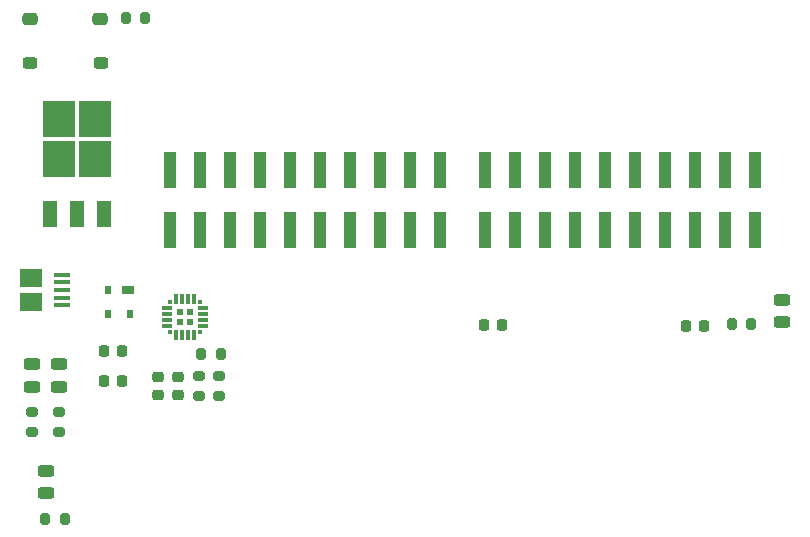
<source format=gbr>
%TF.GenerationSoftware,KiCad,Pcbnew,(6.0.9-dirty)*%
%TF.CreationDate,2022-12-30T08:50:27-06:00*%
%TF.ProjectId,parthiv_pcb_v2,70617274-6869-4765-9f70-63625f76322e,rev?*%
%TF.SameCoordinates,Original*%
%TF.FileFunction,Paste,Top*%
%TF.FilePolarity,Positive*%
%FSLAX46Y46*%
G04 Gerber Fmt 4.6, Leading zero omitted, Abs format (unit mm)*
G04 Created by KiCad (PCBNEW (6.0.9-dirty)) date 2022-12-30 08:50:27*
%MOMM*%
%LPD*%
G01*
G04 APERTURE LIST*
G04 Aperture macros list*
%AMRoundRect*
0 Rectangle with rounded corners*
0 $1 Rounding radius*
0 $2 $3 $4 $5 $6 $7 $8 $9 X,Y pos of 4 corners*
0 Add a 4 corners polygon primitive as box body*
4,1,4,$2,$3,$4,$5,$6,$7,$8,$9,$2,$3,0*
0 Add four circle primitives for the rounded corners*
1,1,$1+$1,$2,$3*
1,1,$1+$1,$4,$5*
1,1,$1+$1,$6,$7*
1,1,$1+$1,$8,$9*
0 Add four rect primitives between the rounded corners*
20,1,$1+$1,$2,$3,$4,$5,0*
20,1,$1+$1,$4,$5,$6,$7,0*
20,1,$1+$1,$6,$7,$8,$9,0*
20,1,$1+$1,$8,$9,$2,$3,0*%
G04 Aperture macros list end*
%ADD10R,2.750000X3.050000*%
%ADD11R,1.200000X2.200000*%
%ADD12RoundRect,0.225000X-0.250000X0.225000X-0.250000X-0.225000X0.250000X-0.225000X0.250000X0.225000X0*%
%ADD13RoundRect,0.243750X0.456250X-0.243750X0.456250X0.243750X-0.456250X0.243750X-0.456250X-0.243750X0*%
%ADD14RoundRect,0.225000X-0.225000X-0.250000X0.225000X-0.250000X0.225000X0.250000X-0.225000X0.250000X0*%
%ADD15RoundRect,0.200000X-0.200000X-0.275000X0.200000X-0.275000X0.200000X0.275000X-0.200000X0.275000X0*%
%ADD16R,1.000000X3.150000*%
%ADD17RoundRect,0.200000X-0.275000X0.200000X-0.275000X-0.200000X0.275000X-0.200000X0.275000X0.200000X0*%
%ADD18RoundRect,0.200000X0.200000X0.275000X-0.200000X0.275000X-0.200000X-0.275000X0.200000X-0.275000X0*%
%ADD19RoundRect,0.251500X-0.386000X-0.251500X0.386000X-0.251500X0.386000X0.251500X-0.386000X0.251500X0*%
%ADD20RoundRect,0.257750X-0.379750X-0.257750X0.379750X-0.257750X0.379750X0.257750X-0.379750X0.257750X0*%
%ADD21RoundRect,0.237500X-0.387500X-0.237500X0.387500X-0.237500X0.387500X0.237500X-0.387500X0.237500X0*%
%ADD22R,0.540000X0.540000*%
%ADD23R,0.300000X0.300000*%
%ADD24R,0.900000X0.300000*%
%ADD25R,0.300000X0.900000*%
%ADD26R,1.350000X0.400000*%
%ADD27R,1.900000X1.500000*%
%ADD28RoundRect,0.225000X0.225000X0.250000X-0.225000X0.250000X-0.225000X-0.250000X0.225000X-0.250000X0*%
%ADD29R,1.000000X0.700000*%
%ADD30R,0.600000X0.700000*%
%ADD31RoundRect,0.200000X0.275000X-0.200000X0.275000X0.200000X-0.275000X0.200000X-0.275000X-0.200000X0*%
G04 APERTURE END LIST*
D10*
%TO.C,Q1*%
X110491000Y-99651000D03*
X107441000Y-99651000D03*
X107441000Y-96301000D03*
X110491000Y-96301000D03*
D11*
X106686000Y-104276000D03*
X108966000Y-104276000D03*
X111246000Y-104276000D03*
%TD*%
D12*
%TO.C,C5*%
X115824000Y-118097000D03*
X115824000Y-119647000D03*
%TD*%
D13*
%TO.C,D2*%
X168656000Y-113459500D03*
X168656000Y-111584500D03*
%TD*%
D14*
%TO.C,C2*%
X160475000Y-113766000D03*
X162025000Y-113766000D03*
%TD*%
D15*
%TO.C,R8*%
X106275000Y-130100000D03*
X107925000Y-130100000D03*
%TD*%
D16*
%TO.C,J1*%
X116840000Y-105634000D03*
X116840000Y-100584000D03*
X119380000Y-105634000D03*
X119380000Y-100584000D03*
X121920000Y-105634000D03*
X121920000Y-100584000D03*
X124460000Y-105634000D03*
X124460000Y-100584000D03*
X127000000Y-105634000D03*
X127000000Y-100584000D03*
X129540000Y-105634000D03*
X129540000Y-100584000D03*
X132080000Y-105634000D03*
X132080000Y-100584000D03*
X134620000Y-105634000D03*
X134620000Y-100584000D03*
X137160000Y-105634000D03*
X137160000Y-100584000D03*
X139700000Y-105634000D03*
X139700000Y-100584000D03*
%TD*%
D13*
%TO.C,D3*%
X105156000Y-118920500D03*
X105156000Y-117045500D03*
%TD*%
D17*
%TO.C,R7*%
X107442000Y-121095000D03*
X107442000Y-122745000D03*
%TD*%
D18*
%TO.C,R2*%
X166052000Y-113665000D03*
X164402000Y-113665000D03*
%TD*%
D19*
%TO.C,SW1*%
X110937500Y-87784000D03*
D20*
X104962500Y-87796500D03*
D21*
X110950000Y-91537000D03*
X104950000Y-91537000D03*
%TD*%
D22*
%TO.C,U1*%
X118560000Y-113480000D03*
X117660000Y-113480000D03*
X117660000Y-112580000D03*
X118560000Y-112580000D03*
D23*
X116860000Y-111780000D03*
D24*
X116560000Y-112280000D03*
X116560000Y-112780000D03*
X116560000Y-113280000D03*
X116560000Y-113780000D03*
D23*
X116860000Y-114280000D03*
D25*
X117360000Y-114580000D03*
X117860000Y-114580000D03*
X118360000Y-114580000D03*
X118860000Y-114580000D03*
D23*
X119360000Y-114280000D03*
D24*
X119660000Y-113780000D03*
X119660000Y-113280000D03*
X119660000Y-112780000D03*
X119660000Y-112280000D03*
D23*
X119360000Y-111780000D03*
D25*
X118860000Y-111480000D03*
X118360000Y-111480000D03*
X117860000Y-111480000D03*
X117360000Y-111480000D03*
%TD*%
D16*
%TO.C,J2*%
X143510000Y-105634000D03*
X143510000Y-100584000D03*
X146050000Y-105634000D03*
X146050000Y-100584000D03*
X148590000Y-105634000D03*
X148590000Y-100584000D03*
X151130000Y-105634000D03*
X151130000Y-100584000D03*
X153670000Y-105634000D03*
X153670000Y-100584000D03*
X156210000Y-105634000D03*
X156210000Y-100584000D03*
X158750000Y-105634000D03*
X158750000Y-100584000D03*
X161290000Y-105634000D03*
X161290000Y-100584000D03*
X163830000Y-105634000D03*
X163830000Y-100584000D03*
X166370000Y-105634000D03*
X166370000Y-100584000D03*
%TD*%
D13*
%TO.C,D4*%
X107442000Y-118920500D03*
X107442000Y-117045500D03*
%TD*%
D26*
%TO.C,J3*%
X107716500Y-109444000D03*
X107716500Y-110094000D03*
X107716500Y-110744000D03*
X107716500Y-111394000D03*
X107716500Y-112044000D03*
D27*
X105016500Y-109744000D03*
X105016500Y-111744000D03*
%TD*%
D14*
%TO.C,C1*%
X143425000Y-113750000D03*
X144975000Y-113750000D03*
%TD*%
D28*
%TO.C,C3*%
X112789000Y-115951000D03*
X111239000Y-115951000D03*
%TD*%
D15*
%TO.C,R1*%
X113075000Y-87757000D03*
X114725000Y-87757000D03*
%TD*%
D12*
%TO.C,C6*%
X117532666Y-118097000D03*
X117532666Y-119647000D03*
%TD*%
D17*
%TO.C,R6*%
X105156000Y-121095000D03*
X105156000Y-122745000D03*
%TD*%
D18*
%TO.C,R3*%
X121125000Y-116200000D03*
X119475000Y-116200000D03*
%TD*%
D28*
%TO.C,C4*%
X112789000Y-118491000D03*
X111239000Y-118491000D03*
%TD*%
D13*
%TO.C,D5*%
X106300000Y-127937500D03*
X106300000Y-126062500D03*
%TD*%
D29*
%TO.C,D1*%
X113272000Y-110760000D03*
D30*
X111572000Y-110760000D03*
X111572000Y-112760000D03*
X113472000Y-112760000D03*
%TD*%
D17*
%TO.C,R5*%
X120950000Y-118047000D03*
X120950000Y-119697000D03*
%TD*%
D31*
%TO.C,R4*%
X119241332Y-119697000D03*
X119241332Y-118047000D03*
%TD*%
M02*

</source>
